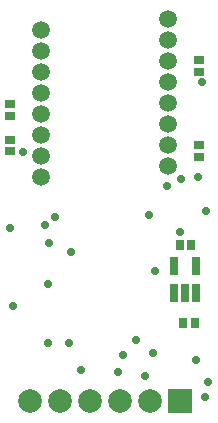
<source format=gbs>
G04 EAGLE Gerber RS-274X export*
G75*
%MOMM*%
%FSLAX34Y34*%
%LPD*%
%INSoldermask Bottom*%
%IPPOS*%
%AMOC8*
5,1,8,0,0,1.08239X$1,22.5*%
G01*
G04 Define Apertures*
%ADD10R,0.832300X0.763200*%
%ADD11R,0.763200X0.832300*%
%ADD12R,0.847200X0.738300*%
%ADD13C,1.503200*%
%ADD14R,0.762000X1.625600*%
%ADD15R,2.003200X2.003200*%
%ADD16C,2.003200*%
%ADD17C,0.705600*%
D10*
X-80000Y-4846D03*
X-80000Y4846D03*
X-80000Y-25154D03*
X-80000Y-34846D03*
D11*
X66454Y-180100D03*
X76146Y-180100D03*
X73446Y-114400D03*
X63754Y-114400D03*
D12*
X80000Y-29925D03*
X80000Y-40075D03*
X80000Y42075D03*
X80000Y31925D03*
D13*
X-53500Y-56600D03*
X-53500Y-38800D03*
X-53500Y-21000D03*
X-53500Y-3200D03*
X-53500Y14600D03*
X-53500Y32400D03*
X-53500Y50200D03*
X-53500Y68000D03*
X53500Y76900D03*
X53500Y59100D03*
X53500Y41300D03*
X53500Y23500D03*
X53500Y5700D03*
X53500Y-12100D03*
X53500Y-29900D03*
X53500Y-47700D03*
D14*
X77600Y-154744D03*
X68100Y-154744D03*
X58600Y-154744D03*
X58600Y-131856D03*
X77600Y-131856D03*
D15*
X63500Y-246540D03*
D16*
X38100Y-246540D03*
X12700Y-246540D03*
X-12700Y-246540D03*
X-38100Y-246540D03*
X-63500Y-246540D03*
D17*
X82700Y23700D03*
X86100Y-86000D03*
X79300Y-57200D03*
X64100Y-103700D03*
X77200Y-211500D03*
X-80100Y-99900D03*
X-48000Y-197700D03*
X-47700Y-147500D03*
X-77800Y-166400D03*
X-30100Y-197100D03*
X33900Y-225500D03*
X-20100Y-219800D03*
X26400Y-195100D03*
X42500Y-136300D03*
X-28100Y-120200D03*
X-46800Y-113100D03*
X-50500Y-97300D03*
X-69500Y-35300D03*
X-41900Y-90400D03*
X37600Y-88900D03*
X53100Y-64600D03*
X85300Y-243000D03*
X87900Y-230400D03*
X15400Y-207400D03*
X64400Y-58400D03*
X11400Y-221800D03*
X40900Y-206000D03*
M02*

</source>
